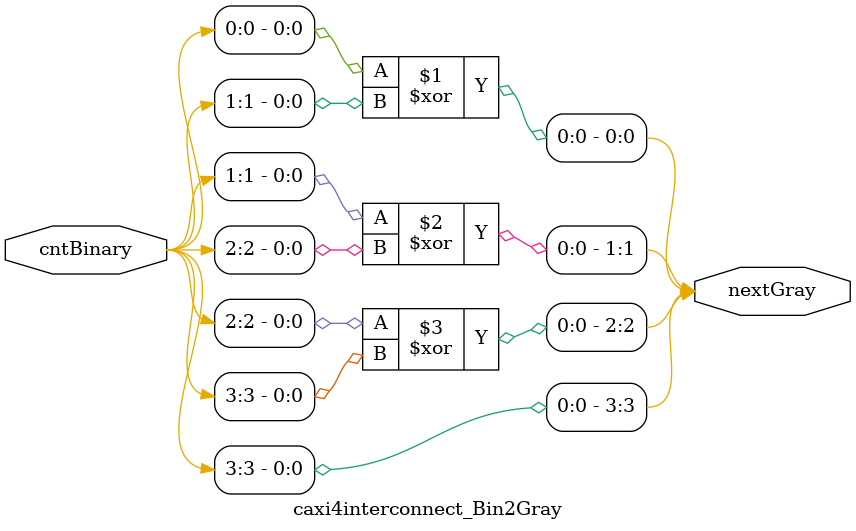
<source format=v>
`timescale 1ns / 1ns


module caxi4interconnect_Bin2Gray #
  (
  parameter integer n_bits = 4
  )
  (
   input wire [n_bits-1:0]  cntBinary,

   output wire [n_bits-1:0] nextGray
  );

  genvar i;
  generate
  for (i = 0; i < (n_bits-1) ; i = i + 1) 
    begin
      assign nextGray[i] = cntBinary[i] ^ cntBinary[i+1];
    end
  endgenerate

  assign nextGray[n_bits-1] = cntBinary[n_bits-1];

endmodule

</source>
